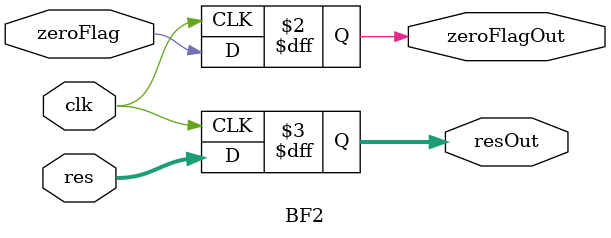
<source format=v>
module BF2(
	input 
		clk,
		zeroFlag,
	input [31:0]res,
	output reg zeroFlagOut,
	output reg [31:0]resOut
);

always @(posedge clk)
begin
	zeroFlagOut = zeroFlag;
	resOut = res;
end
endmodule
</source>
